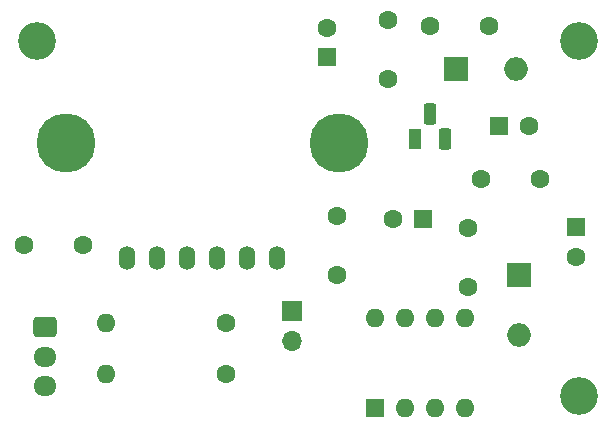
<source format=gbr>
%TF.GenerationSoftware,KiCad,Pcbnew,7.0.9*%
%TF.CreationDate,2023-12-11T15:29:27+01:00*%
%TF.ProjectId,MPX5100DP-THT-board,4d505835-3130-4304-9450-2d5448542d62,1.2*%
%TF.SameCoordinates,Original*%
%TF.FileFunction,Soldermask,Top*%
%TF.FilePolarity,Negative*%
%FSLAX46Y46*%
G04 Gerber Fmt 4.6, Leading zero omitted, Abs format (unit mm)*
G04 Created by KiCad (PCBNEW 7.0.9) date 2023-12-11 15:29:27*
%MOMM*%
%LPD*%
G01*
G04 APERTURE LIST*
G04 Aperture macros list*
%AMRoundRect*
0 Rectangle with rounded corners*
0 $1 Rounding radius*
0 $2 $3 $4 $5 $6 $7 $8 $9 X,Y pos of 4 corners*
0 Add a 4 corners polygon primitive as box body*
4,1,4,$2,$3,$4,$5,$6,$7,$8,$9,$2,$3,0*
0 Add four circle primitives for the rounded corners*
1,1,$1+$1,$2,$3*
1,1,$1+$1,$4,$5*
1,1,$1+$1,$6,$7*
1,1,$1+$1,$8,$9*
0 Add four rect primitives between the rounded corners*
20,1,$1+$1,$2,$3,$4,$5,0*
20,1,$1+$1,$4,$5,$6,$7,0*
20,1,$1+$1,$6,$7,$8,$9,0*
20,1,$1+$1,$8,$9,$2,$3,0*%
G04 Aperture macros list end*
%ADD10C,1.600000*%
%ADD11C,5.000000*%
%ADD12O,1.400000X2.000000*%
%ADD13C,3.200000*%
%ADD14R,1.600000X1.600000*%
%ADD15RoundRect,0.250000X-0.725000X0.600000X-0.725000X-0.600000X0.725000X-0.600000X0.725000X0.600000X0*%
%ADD16O,1.950000X1.700000*%
%ADD17R,2.000000X2.000000*%
%ADD18O,2.000000X2.000000*%
%ADD19R,1.700000X1.700000*%
%ADD20O,1.700000X1.700000*%
%ADD21R,1.100000X1.800000*%
%ADD22RoundRect,0.275000X-0.275000X-0.625000X0.275000X-0.625000X0.275000X0.625000X-0.275000X0.625000X0*%
%ADD23O,1.600000X1.600000*%
G04 APERTURE END LIST*
D10*
%TO.C,C9*%
X79756000Y-43688000D03*
X79756000Y-48688000D03*
%TD*%
D11*
%TO.C,U3*%
X45747848Y-36449000D03*
X68847848Y-36449000D03*
D12*
X50947848Y-46226000D03*
X53487848Y-46226000D03*
X56027848Y-46226000D03*
X58567848Y-46226000D03*
X61107848Y-46226000D03*
X63647848Y-46226000D03*
%TD*%
D10*
%TO.C,C8*%
X80899000Y-39497000D03*
X85899000Y-39497000D03*
%TD*%
D13*
%TO.C,REF\u002A\u002A*%
X43307000Y-27813000D03*
%TD*%
%TO.C,REF\u002A\u002A*%
X89154000Y-27813000D03*
%TD*%
D14*
%TO.C,C1*%
X88900000Y-43601000D03*
D10*
X88900000Y-46101000D03*
%TD*%
%TO.C,C6*%
X68707000Y-42672000D03*
X68707000Y-47672000D03*
%TD*%
D15*
%TO.C,J1*%
X43942000Y-52070000D03*
D16*
X43942000Y-54570000D03*
X43942000Y-57070000D03*
%TD*%
D10*
%TO.C,C3*%
X76581000Y-26543000D03*
X81581000Y-26543000D03*
%TD*%
D14*
%TO.C,C7*%
X75946000Y-42926000D03*
D10*
X73446000Y-42926000D03*
%TD*%
D14*
%TO.C,C2*%
X82423000Y-35052000D03*
D10*
X84923000Y-35052000D03*
%TD*%
D17*
%TO.C,D2*%
X78740000Y-30226000D03*
D18*
X83820000Y-30226000D03*
%TD*%
D19*
%TO.C,J2*%
X64897000Y-50673000D03*
D20*
X64897000Y-53213000D03*
%TD*%
D13*
%TO.C,REF\u002A\u002A*%
X89154000Y-57912000D03*
%TD*%
D21*
%TO.C,U4*%
X75311000Y-36087000D03*
D22*
X76581000Y-34017000D03*
X77851000Y-36087000D03*
%TD*%
D10*
%TO.C,R1*%
X59309000Y-51689000D03*
D23*
X49149000Y-51689000D03*
%TD*%
D14*
%TO.C,U1*%
X71882000Y-58928000D03*
D23*
X74422000Y-58928000D03*
X76962000Y-58928000D03*
X79502000Y-58928000D03*
X79502000Y-51308000D03*
X76962000Y-51308000D03*
X74422000Y-51308000D03*
X71882000Y-51308000D03*
%TD*%
D10*
%TO.C,C10*%
X47204000Y-45085000D03*
X42204000Y-45085000D03*
%TD*%
%TO.C,R2*%
X59309000Y-56007000D03*
D23*
X49149000Y-56007000D03*
%TD*%
D17*
%TO.C,D1*%
X84074000Y-47625000D03*
D18*
X84074000Y-52705000D03*
%TD*%
D14*
%TO.C,C4*%
X67818000Y-29210000D03*
D10*
X67818000Y-26710000D03*
%TD*%
%TO.C,C5*%
X73025000Y-31035000D03*
X73025000Y-26035000D03*
%TD*%
M02*

</source>
